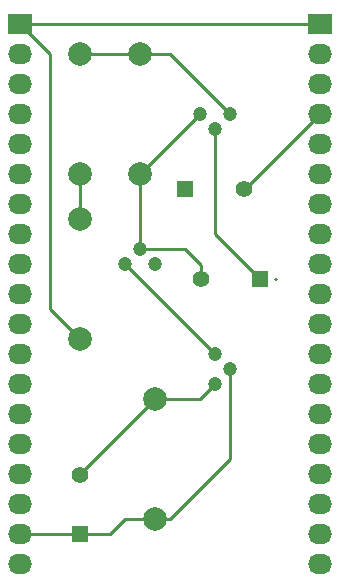
<source format=gbr>
G04 #@! TF.FileFunction,Copper,L1,Top,Signal*
%FSLAX46Y46*%
G04 Gerber Fmt 4.6, Leading zero omitted, Abs format (unit mm)*
G04 Created by KiCad (PCBNEW 4.0.3+e1-6302~38~ubuntu16.04.1-stable) date Thu Aug 11 17:11:37 2016*
%MOMM*%
%LPD*%
G01*
G04 APERTURE LIST*
%ADD10C,0.100000*%
%ADD11R,1.400000X1.400000*%
%ADD12C,1.400000*%
%ADD13R,2.032000X1.727200*%
%ADD14O,2.032000X1.727200*%
%ADD15C,1.998980*%
%ADD16C,1.200000*%
%ADD17C,0.250000*%
G04 APERTURE END LIST*
D10*
D11*
X74930000Y-83820000D03*
D12*
X79930000Y-83820000D03*
D11*
X81280000Y-91440000D03*
D12*
X76280000Y-91440000D03*
D11*
X66040000Y-113030000D03*
D12*
X66040000Y-108030000D03*
D13*
X86360000Y-69850000D03*
D14*
X86360000Y-72390000D03*
X86360000Y-74930000D03*
X86360000Y-77470000D03*
X86360000Y-80010000D03*
X86360000Y-82550000D03*
X86360000Y-85090000D03*
X86360000Y-87630000D03*
X86360000Y-90170000D03*
X86360000Y-92710000D03*
X86360000Y-95250000D03*
X86360000Y-97790000D03*
X86360000Y-100330000D03*
X86360000Y-102870000D03*
X86360000Y-105410000D03*
X86360000Y-107950000D03*
X86360000Y-110490000D03*
X86360000Y-113030000D03*
X86360000Y-115570000D03*
D13*
X60960000Y-69850000D03*
D14*
X60960000Y-72390000D03*
X60960000Y-74930000D03*
X60960000Y-77470000D03*
X60960000Y-80010000D03*
X60960000Y-82550000D03*
X60960000Y-85090000D03*
X60960000Y-87630000D03*
X60960000Y-90170000D03*
X60960000Y-92710000D03*
X60960000Y-95250000D03*
X60960000Y-97790000D03*
X60960000Y-100330000D03*
X60960000Y-102870000D03*
X60960000Y-105410000D03*
X60960000Y-107950000D03*
X60960000Y-110490000D03*
X60960000Y-113030000D03*
X60960000Y-115570000D03*
D15*
X71120000Y-72390000D03*
X71120000Y-82550000D03*
X72390000Y-101600000D03*
X72390000Y-111760000D03*
X66040000Y-86360000D03*
X66040000Y-96520000D03*
X66040000Y-72390000D03*
X66040000Y-82550000D03*
D16*
X72390000Y-90170000D03*
X71120000Y-88900000D03*
X69850000Y-90170000D03*
X77470000Y-100330000D03*
X78740000Y-99060000D03*
X77470000Y-97790000D03*
X76200000Y-77470000D03*
X77470000Y-78740000D03*
X78740000Y-77470000D03*
D17*
X82550000Y-91440000D02*
X82630000Y-91440000D01*
X66040000Y-86360000D02*
X66040000Y-82550000D01*
X79930000Y-83820000D02*
X80010000Y-83820000D01*
X80010000Y-83820000D02*
X83820000Y-80010000D01*
X83820000Y-80010000D02*
X86360000Y-77470000D01*
X81280000Y-91440000D02*
X77470000Y-87630000D01*
X77470000Y-87630000D02*
X77470000Y-78740000D01*
X72390000Y-101600000D02*
X76200000Y-101600000D01*
X76200000Y-101600000D02*
X77470000Y-100330000D01*
X66040000Y-108030000D02*
X66040000Y-107950000D01*
X66040000Y-107950000D02*
X72390000Y-101600000D01*
X71120000Y-82550000D02*
X76200000Y-77470000D01*
X71120000Y-88900000D02*
X74930000Y-88900000D01*
X76280000Y-90250000D02*
X76280000Y-91440000D01*
X74930000Y-88900000D02*
X76280000Y-90250000D01*
X71120000Y-82550000D02*
X71120000Y-88900000D01*
X72390000Y-111760000D02*
X73660000Y-111760000D01*
X78740000Y-106680000D02*
X78740000Y-99060000D01*
X73660000Y-111760000D02*
X78740000Y-106680000D01*
X66040000Y-113030000D02*
X68580000Y-113030000D01*
X69850000Y-111760000D02*
X72390000Y-111760000D01*
X68580000Y-113030000D02*
X69850000Y-111760000D01*
X60960000Y-113030000D02*
X66040000Y-113030000D01*
X60960000Y-69850000D02*
X86360000Y-69850000D01*
X60960000Y-69850000D02*
X63500000Y-72390000D01*
X63500000Y-93980000D02*
X66040000Y-96520000D01*
X63500000Y-72390000D02*
X63500000Y-93980000D01*
X71120000Y-72390000D02*
X73660000Y-72390000D01*
X73660000Y-72390000D02*
X78740000Y-77470000D01*
X66040000Y-72390000D02*
X71120000Y-72390000D01*
X69850000Y-90170000D02*
X77470000Y-97790000D01*
M02*

</source>
